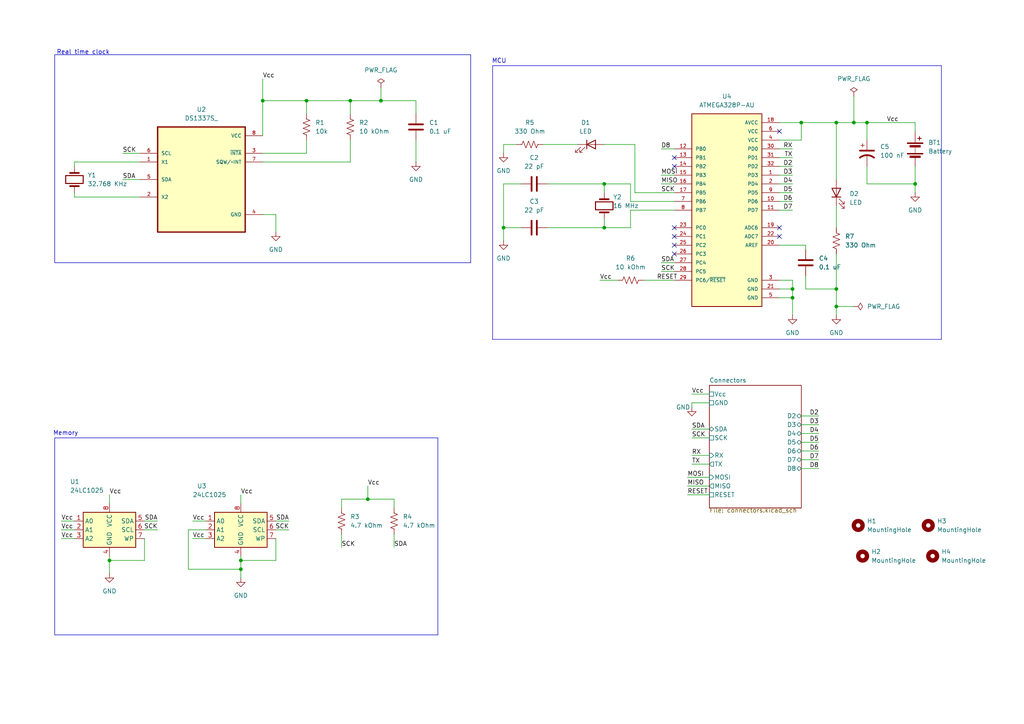
<source format=kicad_sch>
(kicad_sch (version 20250114) (generator "eeschema") (generator_version "9.0")
  (paper "A4")
  (title_block (title "${project_name}") (date "2025-07-08") (rev "V1.0") (comment 1 "Matt Cramer"))
  (lib_symbols
    (symbol "ATMEGA328P-AU:ATMEGA328P-AU" (pin_names (offset 1.016))
      (property "Reference" "U4" (at 0 33.02 0))
      (property "Value" "ATMEGA328P-AU" (at 0 30.48 0))
      (symbol "ATMEGA328P-AU_0_0"
        (rectangle (start -10.16 -27.94) (end 10.16 27.94) (stroke (width 0.254)) (fill (type background)))
        (pin bidirectional line (at -15.24 17.78 0) (length 5.08) (name "PB0") (number "12"))
        (pin bidirectional line (at -15.24 15.24 0) (length 5.08) (name "PB1") (number "13"))
        (pin bidirectional line (at -15.24 12.7 0) (length 5.08) (name "PB2") (number "14"))
        (pin bidirectional line (at -15.24 10.16 0) (length 5.08) (name "PB3") (number "15"))
        (pin bidirectional line (at -15.24 7.62 0) (length 5.08) (name "PB4") (number "16"))
        (pin bidirectional line (at -15.24 5.08 0) (length 5.08) (name "PB5") (number "17"))
        (pin bidirectional line (at -15.24 2.54 0) (length 5.08) (name "PB6") (number "7"))
        (pin bidirectional line (at -15.24 0 0) (length 5.08) (name "PB7") (number "8"))
        (pin bidirectional line (at -15.24 -5.08 0) (length 5.08) (name "PC0") (number "23"))
        (pin bidirectional line (at -15.24 -7.62 0) (length 5.08) (name "PC1") (number "24"))
        (pin bidirectional line (at -15.24 -10.16 0) (length 5.08) (name "PC2") (number "25"))
        (pin bidirectional line (at -15.24 -12.7 0) (length 5.08) (name "PC3") (number "26"))
        (pin bidirectional line (at -15.24 -15.24 0) (length 5.08) (name "PC4") (number "27"))
        (pin bidirectional line (at -15.24 -17.78 0) (length 5.08) (name "PC5") (number "28"))
        (pin bidirectional line (at -15.24 -20.32 0) (length 5.08) (name "PC6/~{RESET}") (number "29"))
        (pin power_in line (at 15.24 25.4 180) (length 5.08) (name "AVCC") (number "18"))
        (pin power_in line (at 15.24 22.86 180) (length 5.08) (name "VCC") (number "6"))
        (pin power_in line (at 15.24 20.32 180) (length 5.08) (name "VCC") (number "4"))
        (pin bidirectional line (at 15.24 17.78 180) (length 5.08) (name "PD0") (number "30"))
        (pin bidirectional line (at 15.24 15.24 180) (length 5.08) (name "PD1") (number "31"))
        (pin bidirectional line (at 15.24 12.7 180) (length 5.08) (name "PD2") (number "32"))
        (pin bidirectional line (at 15.24 10.16 180) (length 5.08) (name "PD3") (number "1"))
        (pin bidirectional line (at 15.24 7.62 180) (length 5.08) (name "PD4") (number "2"))
        (pin bidirectional line (at 15.24 5.08 180) (length 5.08) (name "PD5") (number "9"))
        (pin bidirectional line (at 15.24 2.54 180) (length 5.08) (name "PD6") (number "10"))
        (pin bidirectional line (at 15.24 0 180) (length 5.08) (name "PD7") (number "11"))
        (pin bidirectional line (at 15.24 -5.08 180) (length 5.08) (name "ADC6") (number "19"))
        (pin bidirectional line (at 15.24 -7.62 180) (length 5.08) (name "ADC7") (number "22"))
        (pin input line (at 15.24 -10.16 180) (length 5.08) (name "AREF") (number "20"))
        (pin power_in line (at 15.24 -20.32 180) (length 5.08) (name "GND") (number "3"))
        (pin power_in line (at 15.24 -22.86 180) (length 5.08) (name "GND") (number "21"))
        (pin power_in line (at 15.24 -25.4 180) (length 5.08) (name "GND") (number "5"))
      )
    )
    (symbol "DS1337S_:DS1337S_" (pin_names (offset 1.016))
      (property "Reference" "U" (at -12.7 16.24 0))
      (property "Value" "DS1337S_" (at -12.7 -19.24 0))
      (symbol "DS1337S__0_0"
        (rectangle (start -12.7 -15.24) (end 12.7 15.24) (stroke (width 0.41)) (fill (type background)))
        (pin input line (at -17.78 7.62 0) (length 5.08) (name "SCL") (number "6"))
        (pin input line (at -17.78 5.08 0) (length 5.08) (name "X1") (number "1"))
        (pin bidirectional line (at -17.78 0 0) (length 5.08) (name "SDA") (number "5"))
        (pin bidirectional line (at -17.78 -5.08 0) (length 5.08) (name "X2") (number "2"))
        (pin power_in line (at 17.78 12.7 180) (length 5.08) (name "VCC") (number "8"))
        (pin output line (at 17.78 7.62 180) (length 5.08) (name "~{INTA}") (number "3"))
        (pin output line (at 17.78 5.08 180) (length 5.08) (name "SQW/~INT") (number "7"))
        (pin power_in line (at 17.78 -10.16 180) (length 5.08) (name "GND") (number "4"))
      )
    )
    (symbol "Device:Battery" (pin_numbers (hide yes)) (pin_names (offset 0) (hide yes))
      (property "Reference" "BT" (at 2.54 2.54 0))
      (property "Value" "Battery" (at 2.54 0 0))
      (symbol "Battery_0_1"
        (rectangle (start -2.286 1.778) (end 2.286 1.524) (fill (type outline)))
        (rectangle (start -2.286 -1.27) (end 2.286 -1.524) (fill (type outline)))
        (rectangle (start -1.524 1.016) (end 1.524 0.508) (fill (type outline)))
        (rectangle (start -1.524 -2.032) (end 1.524 -2.54) (fill (type outline)))
        (polyline (pts (xy 0 1.778) (xy 0 2.54)))
        (polyline (pts (xy 0 0) (xy 0 0.254)))
        (polyline (pts (xy 0 -0.508) (xy 0 -0.254)))
        (polyline (pts (xy 0 -1.016) (xy 0 -0.762)))
        (polyline (pts (xy 0.762 3.048) (xy 1.778 3.048)) (stroke (width 0.254)))
        (polyline (pts (xy 1.27 3.556) (xy 1.27 2.54)) (stroke (width 0.254)))
      )
      (symbol "Battery_1_1"
        (pin passive line (at 0 5.08 270) (length 2.54) (name "+") (number "1"))
        (pin passive line (at 0 -5.08 90) (length 2.54) (name "-") (number "2"))
      )
    )
    (symbol "Device:C" (pin_numbers (hide yes)) (pin_names (offset 0.254))
      (property "Reference" "C" (at 0.635 2.54 0))
      (property "Value" "C" (at 0.635 -2.54 0))
      (symbol "C_0_1"
        (polyline (pts (xy -2.032 0.762) (xy 2.032 0.762)) (stroke (width 0.508)))
        (polyline (pts (xy -2.032 -0.762) (xy 2.032 -0.762)) (stroke (width 0.508)))
      )
      (symbol "C_1_1"
        (pin passive line (at 0 3.81 270) (length 2.794) (name "~") (number "1"))
        (pin passive line (at 0 -3.81 90) (length 2.794) (name "~") (number "2"))
      )
    )
    (symbol "Device:C_Polarized_US" (pin_numbers (hide yes)) (pin_names (offset 0.254) (hide yes))
      (property "Reference" "C" (at 0.635 2.54 0))
      (property "Value" "C_Polarized_US" (at 0.635 -2.54 0))
      (symbol "C_Polarized_US_0_1"
        (polyline (pts (xy -2.032 0.762) (xy 2.032 0.762)) (stroke (width 0.508)))
        (polyline (pts (xy -1.778 2.286) (xy -0.762 2.286)))
        (polyline (pts (xy -1.27 1.778) (xy -1.27 2.794)))
        (arc (start -2.032 -1.27) (mid 0 -0.5572) (end 2.032 -1.27) (stroke (width 0.508)))
      )
      (symbol "C_Polarized_US_1_1"
        (pin passive line (at 0 3.81 270) (length 2.794) (name "~") (number "1"))
        (pin passive line (at 0 -3.81 90) (length 3.302) (name "~") (number "2"))
      )
    )
    (symbol "Device:Crystal" (pin_numbers (hide yes)) (pin_names (offset 1.016) (hide yes))
      (property "Reference" "Y" (at 0 3.81 0))
      (property "Value" "Crystal" (at 0 -3.81 0))
      (symbol "Crystal_0_1"
        (polyline (pts (xy -2.54 0) (xy -1.905 0)))
        (polyline (pts (xy -1.905 -1.27) (xy -1.905 1.27)) (stroke (width 0.508)))
        (rectangle (start -1.143 2.54) (end 1.143 -2.54) (stroke (width 0.3048)))
        (polyline (pts (xy 1.905 -1.27) (xy 1.905 1.27)) (stroke (width 0.508)))
        (polyline (pts (xy 2.54 0) (xy 1.905 0)))
      )
      (symbol "Crystal_1_1"
        (pin passive line (at -3.81 0 0) (length 1.27) (name "1") (number "1"))
        (pin passive line (at 3.81 0 180) (length 1.27) (name "2") (number "2"))
      )
    )
    (symbol "Device:LED" (pin_numbers (hide yes)) (pin_names (offset 1.016) (hide yes))
      (property "Reference" "D" (at 0 2.54 0))
      (property "Value" "LED" (at 0 -2.54 0))
      (symbol "LED_0_1"
        (polyline (pts (xy -3.048 -0.762) (xy -4.572 -2.286) (xy -3.81 -2.286) (xy -4.572 -2.286) (xy -4.572 -1.524)))
        (polyline (pts (xy -1.778 -0.762) (xy -3.302 -2.286) (xy -2.54 -2.286) (xy -3.302 -2.286) (xy -3.302 -1.524)))
        (polyline (pts (xy -1.27 0) (xy 1.27 0)))
        (polyline (pts (xy -1.27 -1.27) (xy -1.27 1.27)) (stroke (width 0.254)))
        (polyline (pts (xy 1.27 -1.27) (xy 1.27 1.27) (xy -1.27 0) (xy 1.27 -1.27)) (stroke (width 0.254)))
      )
      (symbol "LED_1_1"
        (pin passive line (at -3.81 0 0) (length 2.54) (name "K") (number "1"))
        (pin passive line (at 3.81 0 180) (length 2.54) (name "A") (number "2"))
      )
    )
    (symbol "Device:R_US" (pin_numbers (hide yes)) (pin_names (offset 0))
      (property "Reference" "R" (at 2.54 0 90))
      (property "Value" "R_US" (at -2.54 0 90))
      (symbol "R_US_0_1"
        (polyline (pts (xy 0 2.286) (xy 0 2.54)))
        (polyline (pts (xy 0 2.286) (xy 1.016 1.905) (xy 0 1.524) (xy -1.016 1.143) (xy 0 0.762)))
        (polyline (pts (xy 0 0.762) (xy 1.016 0.381) (xy 0 0) (xy -1.016 -0.381) (xy 0 -0.762)))
        (polyline (pts (xy 0 -0.762) (xy 1.016 -1.143) (xy 0 -1.524) (xy -1.016 -1.905) (xy 0 -2.286)))
        (polyline (pts (xy 0 -2.286) (xy 0 -2.54)))
      )
      (symbol "R_US_1_1"
        (pin passive line (at 0 3.81 270) (length 1.27) (name "~") (number "1"))
        (pin passive line (at 0 -3.81 90) (length 1.27) (name "~") (number "2"))
      )
    )
    (symbol "Mechanical:MountingHole" (pin_names (offset 1.016)) (in_bom no)
      (property "Reference" "H" (at 0 5.08 0))
      (property "Value" "MountingHole" (at 0 3.175 0))
      (symbol "MountingHole_0_1"
        (circle (center 0 0) (radius 1.27) (stroke (width 1.27)))
      )
    )
    (symbol "Memory_EEPROM:24LC1025"
      (property "Reference" "U" (at -6.35 6.35 0))
      (property "Value" "24LC1025" (at 1.27 6.35 0))
      (symbol "24LC1025_1_1"
        (rectangle (start -7.62 5.08) (end 7.62 -5.08) (stroke (width 0.254)) (fill (type background)))
        (pin input line (at -10.16 2.54 0) (length 2.54) (name "A0") (number "1"))
        (pin input line (at -10.16 0 0) (length 2.54) (name "A1") (number "2"))
        (pin input line (at -10.16 -2.54 0) (length 2.54) (name "A2") (number "3"))
        (pin power_in line (at 0 7.62 270) (length 2.54) (name "VCC") (number "8"))
        (pin power_in line (at 0 -7.62 90) (length 2.54) (name "GND") (number "4"))
        (pin bidirectional line (at 10.16 2.54 180) (length 2.54) (name "SDA") (number "5"))
        (pin input line (at 10.16 0 180) (length 2.54) (name "SCL") (number "6"))
        (pin input line (at 10.16 -2.54 180) (length 2.54) (name "WP") (number "7"))
      )
    )
    (symbol "power:GND" (power) (pin_numbers (hide yes)) (pin_names (offset 0) (hide yes))
      (property "Value" "GND" (at 0 -3.81 0))
      (symbol "GND_0_1"
        (polyline (pts (xy 0 0) (xy 0 -1.27) (xy 1.27 -1.27) (xy 0 -2.54) (xy -1.27 -1.27) (xy 0 -1.27)))
      )
      (symbol "GND_1_1"
        (pin power_in line (at 0 0 270) (length 0) (name "~") (number "1"))
      )
    )
    (symbol "power:PWR_FLAG" (power) (pin_numbers (hide yes)) (pin_names (offset 0) (hide yes))
      (property "Value" "PWR_FLAG" (at 0 3.81 0))
      (symbol "PWR_FLAG_0_0"
        (pin power_out line (at 0 0 90) (length 0) (name "~") (number "1"))
      )
      (symbol "PWR_FLAG_0_1"
        (polyline (pts (xy 0 0) (xy 0 1.27) (xy -1.016 1.905) (xy 0 2.54) (xy 1.016 1.905) (xy 0 1.27)))
      )
    )
  )
  (text "Memory" (at 19.05 125.73 0) (effects (font (size 1.27 1.27))))
  (text "Real time clock" (at 24.13 15.24 0) (effects (font (size 1.27 1.27))))
  (text "MCU\n" (at 144.78 17.78 0) (effects (font (size 1.27 1.27))))
  (junction (at 110.49 29.21))
  (junction (at 265.43 53.34))
  (junction (at 232.41 35.56))
  (junction (at 242.57 83.82))
  (junction (at 229.87 86.36))
  (junction (at 175.26 53.34))
  (junction (at 88.9 29.21))
  (junction (at 242.57 35.56))
  (junction (at 251.46 35.56))
  (junction (at 242.57 88.9))
  (junction (at 69.85 162.56))
  (junction (at 229.87 83.82))
  (junction (at 69.85 165.1))
  (junction (at 31.75 162.56))
  (junction (at 146.05 66.04))
  (junction (at 175.26 66.04))
  (junction (at 76.2 29.21))
  (junction (at 106.68 144.78))
  (junction (at 101.6 29.21))
  (junction (at 247.65 35.56))
  (no_connect (at 195.58 48.26))
  (no_connect (at 226.06 66.04))
  (no_connect (at 195.58 66.04))
  (no_connect (at 195.58 71.12))
  (no_connect (at 195.58 45.72))
  (no_connect (at 195.58 68.58))
  (no_connect (at 226.06 68.58))
  (no_connect (at 226.06 38.1))
  (no_connect (at 195.58 73.66))
  (wire (pts (xy 110.49 29.21) (xy 120.65 29.21)))
  (wire (pts (xy 251.46 48.26) (xy 251.46 53.34)))
  (wire (pts (xy 251.46 35.56) (xy 247.65 35.56)))
  (wire (pts (xy 120.65 40.64) (xy 120.65 46.99)))
  (wire (pts (xy 80.01 156.21) (xy 80.01 162.56)))
  (wire (pts (xy 182.88 60.96) (xy 195.58 60.96)))
  (wire (pts (xy 101.6 29.21) (xy 110.49 29.21)))
  (wire (pts (xy 232.41 35.56) (xy 226.06 35.56)))
  (polyline (pts (xy 142.875 19.05) (xy 273.05 19.05)))
  (wire (pts (xy 226.06 86.36) (xy 229.87 86.36)))
  (wire (pts (xy 265.43 38.1) (xy 265.43 35.56)))
  (polyline (pts (xy 127 184.15) (xy 15.875 184.15)))
  (wire (pts (xy 88.9 29.21) (xy 88.9 33.02)))
  (wire (pts (xy 76.2 44.45) (xy 88.9 44.45)))
  (wire (pts (xy 247.65 35.56) (xy 242.57 35.56)))
  (wire (pts (xy 226.06 81.28) (xy 229.87 81.28)))
  (wire (pts (xy 41.91 162.56) (xy 31.75 162.56)))
  (wire (pts (xy 229.87 48.26) (xy 226.06 48.26)))
  (wire (pts (xy 200.66 124.46) (xy 205.74 124.46)))
  (wire (pts (xy 265.43 53.34) (xy 265.43 55.88)))
  (wire (pts (xy 229.87 86.36) (xy 229.87 91.44)))
  (wire (pts (xy 226.06 83.82) (xy 229.87 83.82)))
  (wire (pts (xy 229.87 43.18) (xy 226.06 43.18)))
  (wire (pts (xy 76.2 29.21) (xy 88.9 29.21)))
  (wire (pts (xy 233.68 71.12) (xy 233.68 72.39)))
  (wire (pts (xy 110.49 25.4) (xy 110.49 29.21)))
  (wire (pts (xy 31.75 143.51) (xy 31.75 146.05)))
  (wire (pts (xy 247.65 27.94) (xy 247.65 35.56)))
  (wire (pts (xy 195.58 55.88) (xy 184.15 55.88)))
  (wire (pts (xy 265.43 35.56) (xy 251.46 35.56)))
  (wire (pts (xy 233.68 83.82) (xy 242.57 83.82)))
  (wire (pts (xy 35.56 52.07) (xy 40.64 52.07)))
  (wire (pts (xy 184.15 55.88) (xy 184.15 41.91)))
  (wire (pts (xy 158.75 66.04) (xy 175.26 66.04)))
  (wire (pts (xy 229.87 55.88) (xy 226.06 55.88)))
  (polyline (pts (xy 136.525 76.2) (xy 136.525 15.875)))
  (wire (pts (xy 146.05 41.91) (xy 146.05 44.45)))
  (wire (pts (xy 229.87 45.72) (xy 226.06 45.72)))
  (wire (pts (xy 120.65 29.21) (xy 120.65 33.02)))
  (wire (pts (xy 158.75 53.34) (xy 175.26 53.34)))
  (wire (pts (xy 55.88 156.21) (xy 59.69 156.21)))
  (wire (pts (xy 191.77 78.74) (xy 195.58 78.74)))
  (wire (pts (xy 146.05 66.04) (xy 146.05 69.85)))
  (wire (pts (xy 69.85 162.56) (xy 69.85 165.1)))
  (wire (pts (xy 242.57 35.56) (xy 232.41 35.56)))
  (wire (pts (xy 237.49 128.27) (xy 232.41 128.27)))
  (polyline (pts (xy 15.875 127) (xy 127 127)))
  (wire (pts (xy 229.87 60.96) (xy 226.06 60.96)))
  (wire (pts (xy 200.66 114.3) (xy 205.74 114.3)))
  (wire (pts (xy 265.43 48.26) (xy 265.43 53.34)))
  (wire (pts (xy 251.46 53.34) (xy 265.43 53.34)))
  (wire (pts (xy 175.26 53.34) (xy 175.26 55.88)))
  (wire (pts (xy 199.39 138.43) (xy 205.74 138.43)))
  (polyline (pts (xy 15.875 76.2) (xy 136.525 76.2)))
  (wire (pts (xy 151.13 66.04) (xy 146.05 66.04)))
  (wire (pts (xy 199.39 140.97) (xy 205.74 140.97)))
  (wire (pts (xy 114.3 147.32) (xy 114.3 144.78)))
  (wire (pts (xy 114.3 154.94) (xy 114.3 158.75)))
  (wire (pts (xy 242.57 59.69) (xy 242.57 66.04)))
  (wire (pts (xy 88.9 44.45) (xy 88.9 40.64)))
  (wire (pts (xy 173.99 81.28) (xy 179.07 81.28)))
  (wire (pts (xy 40.64 46.99) (xy 21.59 46.99)))
  (wire (pts (xy 35.56 44.45) (xy 40.64 44.45)))
  (polyline (pts (xy 15.875 15.875) (xy 15.875 76.2)))
  (wire (pts (xy 76.2 22.86) (xy 76.2 29.21)))
  (wire (pts (xy 175.26 66.04) (xy 182.88 66.04)))
  (wire (pts (xy 229.87 58.42) (xy 226.06 58.42)))
  (wire (pts (xy 101.6 40.64) (xy 101.6 46.99)))
  (wire (pts (xy 229.87 53.34) (xy 226.06 53.34)))
  (wire (pts (xy 229.87 81.28) (xy 229.87 83.82)))
  (wire (pts (xy 31.75 162.56) (xy 31.75 166.37)))
  (polyline (pts (xy 273.05 19.05) (xy 273.05 98.425)))
  (wire (pts (xy 233.68 80.01) (xy 233.68 83.82)))
  (wire (pts (xy 21.59 55.88) (xy 21.59 57.15)))
  (wire (pts (xy 199.39 143.51) (xy 205.74 143.51)))
  (wire (pts (xy 54.61 165.1) (xy 69.85 165.1)))
  (wire (pts (xy 242.57 88.9) (xy 242.57 91.44)))
  (wire (pts (xy 80.01 162.56) (xy 69.85 162.56)))
  (wire (pts (xy 175.26 63.5) (xy 175.26 66.04)))
  (wire (pts (xy 99.06 154.94) (xy 99.06 158.75)))
  (wire (pts (xy 45.72 153.67) (xy 41.91 153.67)))
  (wire (pts (xy 106.68 144.78) (xy 114.3 144.78)))
  (wire (pts (xy 191.77 76.2) (xy 195.58 76.2)))
  (wire (pts (xy 191.77 53.34) (xy 195.58 53.34)))
  (wire (pts (xy 55.88 151.13) (xy 59.69 151.13)))
  (polyline (pts (xy 127 127) (xy 127 184.15)))
  (wire (pts (xy 237.49 123.19) (xy 232.41 123.19)))
  (wire (pts (xy 106.68 140.97) (xy 106.68 144.78)))
  (wire (pts (xy 83.82 151.13) (xy 80.01 151.13)))
  (polyline (pts (xy 15.875 127) (xy 15.875 184.15)))
  (wire (pts (xy 182.88 66.04) (xy 182.88 60.96)))
  (wire (pts (xy 88.9 29.21) (xy 101.6 29.21)))
  (wire (pts (xy 191.77 50.8) (xy 195.58 50.8)))
  (wire (pts (xy 157.48 41.91) (xy 167.64 41.91)))
  (wire (pts (xy 76.2 39.37) (xy 76.2 29.21)))
  (wire (pts (xy 41.91 156.21) (xy 41.91 162.56)))
  (polyline (pts (xy 136.525 15.875) (xy 15.875 15.875)))
  (wire (pts (xy 99.06 144.78) (xy 106.68 144.78)))
  (wire (pts (xy 45.72 151.13) (xy 41.91 151.13)))
  (wire (pts (xy 31.75 161.29) (xy 31.75 162.56)))
  (wire (pts (xy 237.49 130.81) (xy 232.41 130.81)))
  (wire (pts (xy 99.06 144.78) (xy 99.06 147.32)))
  (wire (pts (xy 182.88 58.42) (xy 182.88 53.34)))
  (wire (pts (xy 200.66 118.11) (xy 200.66 116.84)))
  (wire (pts (xy 21.59 57.15) (xy 40.64 57.15)))
  (wire (pts (xy 191.77 43.18) (xy 195.58 43.18)))
  (wire (pts (xy 69.85 161.29) (xy 69.85 162.56)))
  (wire (pts (xy 76.2 46.99) (xy 101.6 46.99)))
  (wire (pts (xy 69.85 165.1) (xy 69.85 167.64)))
  (wire (pts (xy 226.06 71.12) (xy 233.68 71.12)))
  (polyline (pts (xy 273.05 98.425) (xy 142.875 98.425)))
  (wire (pts (xy 76.2 62.23) (xy 80.01 62.23)))
  (wire (pts (xy 200.66 134.62) (xy 205.74 134.62)))
  (wire (pts (xy 17.78 153.67) (xy 21.59 153.67)))
  (wire (pts (xy 54.61 153.67) (xy 54.61 165.1)))
  (wire (pts (xy 69.85 143.51) (xy 69.85 146.05)))
  (wire (pts (xy 226.06 40.64) (xy 232.41 40.64)))
  (wire (pts (xy 17.78 151.13) (xy 21.59 151.13)))
  (wire (pts (xy 146.05 53.34) (xy 146.05 66.04)))
  (wire (pts (xy 184.15 41.91) (xy 175.26 41.91)))
  (wire (pts (xy 200.66 116.84) (xy 205.74 116.84)))
  (wire (pts (xy 237.49 135.89) (xy 232.41 135.89)))
  (wire (pts (xy 237.49 133.35) (xy 232.41 133.35)))
  (wire (pts (xy 229.87 83.82) (xy 229.87 86.36)))
  (wire (pts (xy 17.78 156.21) (xy 21.59 156.21)))
  (wire (pts (xy 242.57 88.9) (xy 247.65 88.9)))
  (wire (pts (xy 151.13 53.34) (xy 146.05 53.34)))
  (wire (pts (xy 200.66 132.08) (xy 205.74 132.08)))
  (wire (pts (xy 80.01 62.23) (xy 80.01 67.31)))
  (wire (pts (xy 200.66 127) (xy 205.74 127)))
  (wire (pts (xy 186.69 81.28) (xy 195.58 81.28)))
  (polyline (pts (xy 142.875 19.05) (xy 142.875 98.425)))
  (wire (pts (xy 59.69 153.67) (xy 54.61 153.67)))
  (wire (pts (xy 237.49 120.65) (xy 232.41 120.65)))
  (wire (pts (xy 101.6 29.21) (xy 101.6 33.02)))
  (wire (pts (xy 242.57 73.66) (xy 242.57 83.82)))
  (wire (pts (xy 229.87 50.8) (xy 226.06 50.8)))
  (wire (pts (xy 251.46 35.56) (xy 251.46 40.64)))
  (wire (pts (xy 237.49 125.73) (xy 232.41 125.73)))
  (wire (pts (xy 242.57 35.56) (xy 242.57 52.07)))
  (wire (pts (xy 232.41 40.64) (xy 232.41 35.56)))
  (wire (pts (xy 195.58 58.42) (xy 182.88 58.42)))
  (wire (pts (xy 149.86 41.91) (xy 146.05 41.91)))
  (wire (pts (xy 242.57 83.82) (xy 242.57 88.9)))
  (wire (pts (xy 83.82 153.67) (xy 80.01 153.67)))
  (wire (pts (xy 21.59 46.99) (xy 21.59 48.26)))
  (wire (pts (xy 182.88 53.34) (xy 175.26 53.34)))
  (label "Vcc" (at 55.88 156.21 0))
  (label "SCK" (at 35.56 44.45 0))
  (label "Vcc" (at 200.66 114.3 0))
  (label "Vcc" (at 17.78 151.13 0))
  (label "D2" (at 229.87 48.26 180))
  (label "RX" (at 200.66 132.08 0))
  (label "Vcc" (at 173.99 81.28 0))
  (label "RESET" (at 199.39 143.51 0))
  (label "TX" (at 229.87 45.72 180))
  (label "SDA" (at 45.72 151.13 180))
  (label "D7" (at 229.87 60.96 180))
  (label "RX" (at 229.87 43.18 180))
  (label "MOSI" (at 191.77 50.8 0))
  (label "Vcc" (at 17.78 156.21 0))
  (label "D5" (at 229.87 55.88 180))
  (label "SCK" (at 191.77 78.74 0))
  (label "RESET" (at 190.5 81.28 0))
  (label "D6" (at 229.87 58.42 180))
  (label "SDA" (at 191.77 76.2 0))
  (label "SDA" (at 83.82 151.13 180))
  (label "D2" (at 237.49 120.65 180))
  (label "SCK" (at 83.82 153.67 180))
  (label "D6" (at 237.49 130.81 180))
  (label "Vcc" (at 106.68 140.97 0))
  (label "SDA" (at 200.66 124.46 0))
  (label "Vcc" (at 31.75 143.51 0))
  (label "SDA" (at 114.3 158.75 0))
  (label "D4" (at 237.49 125.73 180))
  (label "D4" (at 229.87 53.34 180))
  (label "SCK" (at 191.77 55.88 0))
  (label "Vcc" (at 257.175 35.56 0))
  (label "D3" (at 229.87 50.8 180))
  (label "D5" (at 237.49 128.27 180))
  (label "Vcc" (at 55.88 151.13 0))
  (label "D8" (at 237.49 135.89 180))
  (label "SCK" (at 99.06 158.75 0))
  (label "TX" (at 200.66 134.62 0))
  (label "D3" (at 237.49 123.19 180))
  (label "Vcc" (at 76.2 22.86 0))
  (label "MISO" (at 191.77 53.34 0))
  (label "SCK" (at 200.66 127 0))
  (label "SCK" (at 45.72 153.67 180))
  (label "D8" (at 191.77 43.18 0))
  (label "Vcc" (at 69.85 143.51 0))
  (label "MOSI" (at 199.39 138.43 0))
  (label "D7" (at 237.49 133.35 180))
  (label "SDA" (at 35.56 52.07 0))
  (label "Vcc" (at 17.78 153.67 0))
  (label "MISO" (at 199.39 140.97 0))
  (symbol (lib_id "DS1337S_:DS1337S_") (at 58.42 52.07 0) (unit 1)
    (property "Reference" "U2" (at 58.42 31.75 0))
    (property "Value" "DS1337S_" (at 58.42 34.29 0))
    (property "Footprint" "Footprints:SOIC127P600X175-8N" (effects (hide yes)))
    (property "MF" "Analog Devices" (effects (hide yes)))
    (property "Description_1" "I²C Serial Real-Time Clock" (effects (hide yes)))
    (property "Package" "SOIC-8 Maxim" (effects (hide yes)))
    (property "Price" "None" (effects (hide yes)))
    (property "SnapEDA_Link" "https://www.snapeda.com/parts/DS1337S+/Analog+Devices/view-part/?ref=snap" (effects (hide yes)))
    (property "MP" "DS1337S+" (effects (hide yes)))
    (property "Availability" "In Stock" (effects (hide yes)))
    (property "Check_prices" "https://www.snapeda.com/parts/DS1337S+/Analog+Devices/view-part/?ref=eda" (effects (hide yes)))
  )
  (symbol (lib_id "power:GND") (at 146.05 69.85 0) (unit 1)
    (property "Reference" "#PWR08" (effects (hide yes)))
    (property "Value" "GND" (at 146.05 74.93 0))
    (property "Description" "Power symbol creates a global label with name \"GND\" , ground" (effects (hide yes)))
  )
  (symbol (lib_id "Device:R_US") (at 99.06 151.13 0) (unit 1)
    (property "Reference" "R3" (at 101.6 149.8599 0) (effects (justify left)))
    (property "Value" "4.7 kOhm" (at 101.6 152.3999 0) (effects (justify left)))
    (property "Footprint" "Resistor_SMD:R_0805_2012Metric" (effects (hide yes)))
    (property "Description" "Resistor, US symbol" (effects (hide yes)))
  )
  (symbol (lib_id "Device:C") (at 154.94 53.34 90) (unit 1)
    (property "Reference" "C2" (at 154.94 45.72 90))
    (property "Value" "22 pF" (at 154.94 48.26 90))
    (property "Footprint" "Capacitor_SMD:C_0805_2012Metric" (effects (hide yes)))
    (property "Description" "Unpolarized capacitor" (effects (hide yes)))
  )
  (symbol (lib_id "Device:Battery") (at 265.43 43.18 0) (unit 1)
    (property "Reference" "BT1" (at 269.24 41.3384 0) (effects (justify left)))
    (property "Value" "Battery" (at 269.24 43.8784 0) (effects (justify left)))
    (property "Footprint" "Connector_PinHeader_2.54mm:PinHeader_1x02_P2.54mm_Vertical" (effects (hide yes)))
    (property "Description" "Multiple-cell battery" (effects (hide yes)))
  )
  (symbol (lib_id "power:GND") (at 146.05 44.45 0) (unit 1)
    (property "Reference" "#PWR09" (effects (hide yes)))
    (property "Value" "GND" (at 146.05 49.53 0))
    (property "Description" "Power symbol creates a global label with name \"GND\" , ground" (effects (hide yes)))
  )
  (symbol (lib_id "power:PWR_FLAG") (at 247.65 27.94 0) (unit 1)
    (property "Reference" "#FLG01" (effects (hide yes)))
    (property "Value" "PWR_FLAG" (at 247.65 22.86 0))
    (property "Description" "Special symbol for telling ERC where power comes from" (effects (hide yes)))
  )
  (symbol (lib_id "power:GND") (at 69.85 167.64 0) (unit 1)
    (property "Reference" "#PWR04" (effects (hide yes)))
    (property "Value" "GND" (at 69.85 172.72 0))
    (property "Description" "Power symbol creates a global label with name \"GND\" , ground" (effects (hide yes)))
  )
  (symbol (lib_id "Device:R_US") (at 182.88 81.28 90) (unit 1)
    (property "Reference" "R6" (at 182.88 74.93 90))
    (property "Value" "10 kOhm" (at 182.88 77.47 90))
    (property "Footprint" "Resistor_SMD:R_0805_2012Metric" (effects (hide yes)))
    (property "Description" "Resistor, US symbol" (effects (hide yes)))
  )
  (symbol (lib_id "power:PWR_FLAG") (at 110.49 25.4 0) (unit 1)
    (property "Reference" "#FLG03" (effects (hide yes)))
    (property "Value" "PWR_FLAG" (at 110.49 20.32 0))
    (property "Description" "Special symbol for telling ERC where power comes from" (effects (hide yes)))
  )
  (symbol (lib_id "Device:LED") (at 242.57 55.88 90) (unit 1)
    (property "Reference" "D2" (at 246.38 56.1974 90) (effects (justify right)))
    (property "Value" "LED" (at 246.38 58.7374 90) (effects (justify right)))
    (property "Footprint" "LED_SMD:LED_0805_2012Metric" (effects (hide yes)))
    (property "Description" "Light emitting diode" (effects (hide yes)))
    (property "Sim.Pins" "1=K 2=A" (effects (hide yes)))
  )
  (symbol (lib_id "power:GND") (at 242.57 91.44 0) (unit 1)
    (property "Reference" "#PWR06" (effects (hide yes)))
    (property "Value" "GND" (at 242.57 96.52 0))
    (property "Description" "Power symbol creates a global label with name \"GND\" , ground" (effects (hide yes)))
  )
  (symbol (lib_id "power:GND") (at 265.43 55.88 0) (unit 1)
    (property "Reference" "#PWR07" (effects (hide yes)))
    (property "Value" "GND" (at 265.43 60.96 0))
    (property "Description" "Power symbol creates a global label with name \"GND\" , ground" (effects (hide yes)))
  )
  (symbol (lib_id "ATMEGA328P-AU:ATMEGA328P-AU") (at 210.82 60.96 0) (unit 1)
    (property "Reference" "U4" (at 210.82 27.94 0))
    (property "Value" "ATMEGA328P-AU" (at 210.82 30.48 0))
    (property "Footprint" "Footprints:QFP80P900X900X120-32N" (effects (hide yes)))
    (property "MF" "Microchip" (effects (hide yes)))
    (property "MAXIMUM_PACKAGE_HEIGHT" "1.20mm" (effects (hide yes)))
    (property "Package" "TQFP-32 Microchip" (effects (hide yes)))
    (property "Price" "None" (effects (hide yes)))
    (property "Check_prices" "https://www.snapeda.com/parts/ATMEGA328P-AU/Microchip/view-part/?ref=eda" (effects (hide yes)))
    (property "STANDARD" "IPC-7351B" (effects (hide yes)))
    (property "PARTREV" "8271A" (effects (hide yes)))
    (property "SnapEDA_Link" "https://www.snapeda.com/parts/ATMEGA328P-AU/Microchip/view-part/?ref=snap" (effects (hide yes)))
    (property "MP" "ATMEGA328P-AU" (effects (hide yes)))
    (property "Description_1" "AVR AVR® ATmega Microcontroller IC 8-Bit 20MHz 32KB (16K x 16) FLASH 32-TQFP (7x7)" (effects (hide yes)))
    (property "Availability" "In Stock" (effects (hide yes)))
    (property "MANUFACTURER" "Microchip" (effects (hide yes)))
  )
  (symbol (lib_id "Mechanical:MountingHole") (at 250.19 161.29 0) (unit 1) (in_bom no)
    (property "Reference" "H2" (at 252.73 160.0199 0) (effects (justify left)))
    (property "Value" "MountingHole" (at 252.73 162.5599 0) (effects (justify left)))
    (property "Footprint" "MountingHole:MountingHole_2.1mm" (effects (hide yes)))
    (property "Description" "Mounting Hole without connection" (effects (hide yes)))
  )
  (symbol (lib_id "power:GND") (at 200.66 118.11 0) (unit 1)
    (property "Reference" "#PWR010" (effects (hide yes)))
    (property "Value" "GND" (at 198.12 118.11 0))
    (property "Description" "Power symbol creates a global label with name \"GND\" , ground" (effects (hide yes)))
  )
  (symbol (lib_id "power:GND") (at 229.87 91.44 0) (unit 1)
    (property "Reference" "#PWR05" (effects (hide yes)))
    (property "Value" "GND" (at 229.87 96.52 0))
    (property "Description" "Power symbol creates a global label with name \"GND\" , ground" (effects (hide yes)))
  )
  (symbol (lib_id "Device:Crystal") (at 21.59 52.07 90) (unit 1)
    (property "Reference" "Y1" (at 25.4 50.7999 90) (effects (justify right)))
    (property "Value" "32.768 KHz" (at 25.4 53.3399 90) (effects (justify right)))
    (property "Footprint" "Crystal:Crystal_SMD_5032-2Pin_5.0x3.2mm_HandSoldering" (effects (hide yes)))
    (property "Description" "Two pin crystal" (effects (hide yes)))
  )
  (symbol (lib_id "Device:R_US") (at 101.6 36.83 0) (unit 1)
    (property "Reference" "R2" (at 104.14 35.5599 0) (effects (justify left)))
    (property "Value" "10 kOhm" (at 104.14 38.0999 0) (effects (justify left)))
    (property "Footprint" "Resistor_SMD:R_0805_2012Metric" (effects (hide yes)))
    (property "Description" "Resistor, US symbol" (effects (hide yes)))
  )
  (symbol (lib_id "Device:LED") (at 171.45 41.91 0) (unit 1)
    (property "Reference" "D1" (at 169.8625 35.56 0))
    (property "Value" "LED" (at 169.8625 38.1 0))
    (property "Footprint" "LED_SMD:LED_0805_2012Metric" (effects (hide yes)))
    (property "Description" "Light emitting diode" (effects (hide yes)))
    (property "Sim.Pins" "1=K 2=A" (effects (hide yes)))
  )
  (symbol (lib_id "Device:C") (at 154.94 66.04 90) (unit 1)
    (property "Reference" "C3" (at 154.94 58.42 90))
    (property "Value" "22 pF" (at 154.94 60.96 90))
    (property "Footprint" "Capacitor_SMD:C_0805_2012Metric" (effects (hide yes)))
    (property "Description" "Unpolarized capacitor" (effects (hide yes)))
  )
  (symbol (lib_id "Device:R_US") (at 114.3 151.13 0) (unit 1)
    (property "Reference" "R4" (at 116.84 149.8599 0) (effects (justify left)))
    (property "Value" "4.7 kOhm" (at 116.84 152.3999 0) (effects (justify left)))
    (property "Footprint" "Resistor_SMD:R_0805_2012Metric" (effects (hide yes)))
    (property "Description" "Resistor, US symbol" (effects (hide yes)))
  )
  (symbol (lib_id "Memory_EEPROM:24LC1025") (at 69.85 153.67 0) (unit 1)
    (property "Reference" "U3" (at 57.15 140.97 0) (effects (justify left)))
    (property "Value" "24LC1025" (at 55.88 143.51 0) (effects (justify left)))
    (property "Footprint" "Package_SO:SOIC-8_5.3x5.3mm_P1.27mm" (effects (hide yes)))
    (property "Datasheet" "http://ww1.microchip.com/downloads/en/DeviceDoc/21941B.pdf" (effects (hide yes)))
    (property "Description" "I2C Serial EEPROM, 1024Kb, DIP-8/SOIC-8/TSSOP-8/DFN-8" (effects (hide yes)))
  )
  (symbol (lib_id "Mechanical:MountingHole") (at 248.92 152.4 0) (unit 1) (in_bom no)
    (property "Reference" "H1" (at 251.46 151.1299 0) (effects (justify left)))
    (property "Value" "MountingHole" (at 251.46 153.6699 0) (effects (justify left)))
    (property "Footprint" "MountingHole:MountingHole_2.1mm" (effects (hide yes)))
    (property "Description" "Mounting Hole without connection" (effects (hide yes)))
  )
  (symbol (lib_id "Memory_EEPROM:24LC1025") (at 31.75 153.67 0) (unit 1)
    (property "Reference" "U1" (at 20.32 139.7 0) (effects (justify left)))
    (property "Value" "24LC1025" (at 20.32 142.24 0) (effects (justify left)))
    (property "Footprint" "Package_SO:SOIC-8_5.3x5.3mm_P1.27mm" (effects (hide yes)))
    (property "Datasheet" "http://ww1.microchip.com/downloads/en/DeviceDoc/21941B.pdf" (effects (hide yes)))
    (property "Description" "I2C Serial EEPROM, 1024Kb, DIP-8/SOIC-8/TSSOP-8/DFN-8" (effects (hide yes)))
  )
  (symbol (lib_id "Device:C_Polarized_US") (at 251.46 44.45 0) (unit 1)
    (property "Reference" "C5" (at 255.27 42.5449 0) (effects (justify left)))
    (property "Value" "100 nF" (at 255.27 45.0849 0) (effects (justify left)))
    (property "Footprint" "Capacitor_SMD:C_0805_2012Metric" (effects (hide yes)))
    (property "Description" "Polarized capacitor, US symbol" (effects (hide yes)))
  )
  (symbol (lib_id "power:GND") (at 31.75 166.37 0) (unit 1)
    (property "Reference" "#PWR03" (effects (hide yes)))
    (property "Value" "GND" (at 31.75 171.45 0))
    (property "Description" "Power symbol creates a global label with name \"GND\" , ground" (effects (hide yes)))
  )
  (symbol (lib_id "Device:R_US") (at 88.9 36.83 0) (unit 1)
    (property "Reference" "R1" (at 91.44 35.5599 0) (effects (justify left)))
    (property "Value" "10k" (at 91.44 38.0999 0) (effects (justify left)))
    (property "Footprint" "Resistor_SMD:R_0805_2012Metric" (effects (hide yes)))
    (property "Description" "Resistor, US symbol" (effects (hide yes)))
  )
  (symbol (lib_id "Device:C") (at 233.68 76.2 180) (unit 1)
    (property "Reference" "C4" (at 237.49 74.9299 0) (effects (justify right)))
    (property "Value" "0.1 uF" (at 237.49 77.4699 0) (effects (justify right)))
    (property "Footprint" "Capacitor_SMD:C_0805_2012Metric" (effects (hide yes)))
    (property "Description" "Unpolarized capacitor" (effects (hide yes)))
  )
  (symbol (lib_id "power:PWR_FLAG") (at 247.65 88.9 270) (unit 1)
    (property "Reference" "#FLG02" (effects (hide yes)))
    (property "Value" "PWR_FLAG" (at 251.46 88.8999 90) (effects (justify left)))
    (property "Description" "Special symbol for telling ERC where power comes from" (effects (hide yes)))
  )
  (symbol (lib_id "Device:C") (at 120.65 36.83 0) (unit 1)
    (property "Reference" "C1" (at 124.46 35.5599 0) (effects (justify left)))
    (property "Value" "0.1 uF" (at 124.46 38.0999 0) (effects (justify left)))
    (property "Footprint" "Capacitor_SMD:C_0805_2012Metric" (effects (hide yes)))
    (property "Description" "Unpolarized capacitor" (effects (hide yes)))
  )
  (symbol (lib_id "Device:Crystal") (at 175.26 59.69 90) (unit 1)
    (property "Reference" "Y2" (at 177.8 57.15 90) (effects (justify right)))
    (property "Value" "16 MHz" (at 177.8 59.69 90) (effects (justify right)))
    (property "Footprint" "Crystal:Crystal_SMD_5032-2Pin_5.0x3.2mm_HandSoldering" (effects (hide yes)))
    (property "Description" "Two pin crystal" (effects (hide yes)))
  )
  (symbol (lib_id "power:GND") (at 120.65 46.99 0) (unit 1)
    (property "Reference" "#PWR02" (effects (hide yes)))
    (property "Value" "GND" (at 120.65 52.07 0))
    (property "Description" "Power symbol creates a global label with name \"GND\" , ground" (effects (hide yes)))
  )
  (symbol (lib_id "Mechanical:MountingHole") (at 270.51 161.29 0) (unit 1) (in_bom no)
    (property "Reference" "H4" (at 273.05 160.0199 0) (effects (justify left)))
    (property "Value" "MountingHole" (at 273.05 162.5599 0) (effects (justify left)))
    (property "Footprint" "MountingHole:MountingHole_2.1mm" (effects (hide yes)))
    (property "Description" "Mounting Hole without connection" (effects (hide yes)))
  )
  (symbol (lib_id "Mechanical:MountingHole") (at 269.24 152.4 0) (unit 1) (in_bom no)
    (property "Reference" "H3" (at 271.78 151.1299 0) (effects (justify left)))
    (property "Value" "MountingHole" (at 271.78 153.6699 0) (effects (justify left)))
    (property "Footprint" "MountingHole:MountingHole_2.1mm" (effects (hide yes)))
    (property "Description" "Mounting Hole without connection" (effects (hide yes)))
  )
  (symbol (lib_id "Device:R_US") (at 153.67 41.91 90) (unit 1)
    (property "Reference" "R5" (at 153.67 35.56 90))
    (property "Value" "330 Ohm" (at 153.67 38.1 90))
    (property "Footprint" "Resistor_SMD:R_0805_2012Metric" (effects (hide yes)))
    (property "Description" "Resistor, US symbol" (effects (hide yes)))
  )
  (symbol (lib_id "Device:R_US") (at 242.57 69.85 0) (unit 1)
    (property "Reference" "R7" (at 245.11 68.5799 0) (effects (justify left)))
    (property "Value" "330 Ohm" (at 245.11 71.1199 0) (effects (justify left)))
    (property "Footprint" "Resistor_SMD:R_0805_2012Metric" (effects (hide yes)))
    (property "Description" "Resistor, US symbol" (effects (hide yes)))
  )
  (symbol (lib_id "power:GND") (at 80.01 67.31 0) (unit 1)
    (property "Reference" "#PWR01" (effects (hide yes)))
    (property "Value" "GND" (at 80.01 72.39 0))
    (property "Description" "Power symbol creates a global label with name \"GND\" , ground" (effects (hide yes)))
  )
  (sheet (at 205.74 111.76) (size 26.67 35.56) (stroke (width 0.1524))
    (property "Sheetname" "Connectors" (at 205.74 111.0484 0) (effects (justify left bottom)))
    (property "Sheetfile" "connectors.kicad_sch" (at 205.74 147.2696 0) (effects (justify left top)))
    (pin "MOSI" input (at 205.74 138.43 180))
    (pin "D7" bidirectional (at 232.41 133.35 0))
    (pin "D4" bidirectional (at 232.41 125.73 0))
    (pin "D3" bidirectional (at 232.41 123.19 0))
    (pin "D6" bidirectional (at 232.41 130.81 0))
    (pin "RX" input (at 205.74 132.08 180))
    (pin "Vcc" passive (at 205.74 114.3 180))
    (pin "GND" passive (at 205.74 116.84 180))
    (pin "TX" output (at 205.74 134.62 180))
    (pin "D2" bidirectional (at 232.41 120.65 0))
    (pin "D5" bidirectional (at 232.41 128.27 0))
    (pin "D8" bidirectional (at 232.41 135.89 0))
    (pin "MISO" output (at 205.74 140.97 180))
    (pin "SCK" passive (at 205.74 127 180))
    (pin "RESET" passive (at 205.74 143.51 180))
    (pin "SDA" bidirectional (at 205.74 124.46 180))
  )
)
</source>
